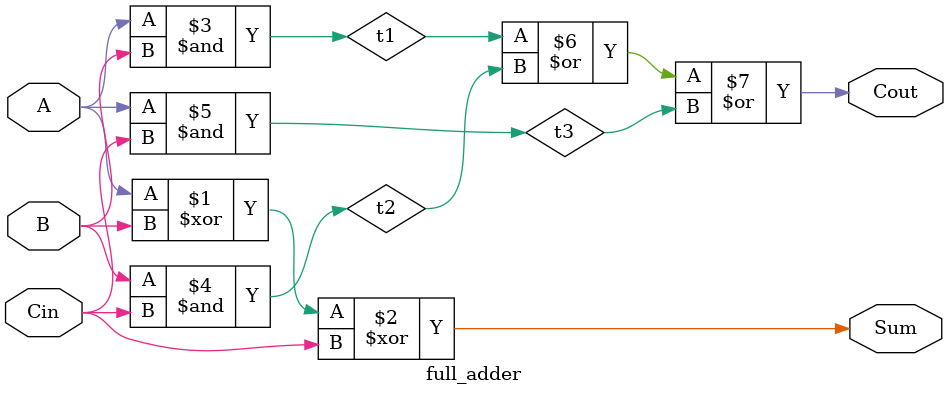
<source format=v>
module full_adder(A,B,Cin,Sum,Cout);
input A,B,Cin;
output Sum,Cout; //A,B ->1 bit input numbers Cin->Carry input Cout->Carry Output Sum->Sum
wire t1,t2,t3;   //Temporary wires for storing temporary values
xor(Sum,A,B,Cin);  //Getting Sum
and(t1,A,B);
and(t2,B,Cin);
and(t3,A,Cin);
or (Cout,t1,t2,t3); //Getting Carry out->Cout
endmodule

</source>
